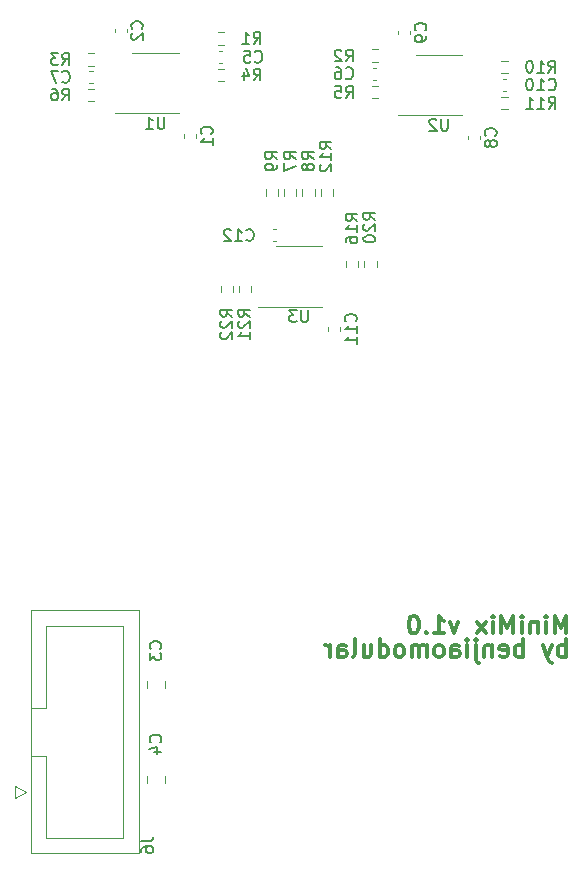
<source format=gbr>
%TF.GenerationSoftware,KiCad,Pcbnew,6.0.11+dfsg-1~bpo11+1*%
%TF.CreationDate,2023-04-14T14:38:55+08:00*%
%TF.ProjectId,MiniMix - Main,4d696e69-4d69-4782-902d-204d61696e2e,rev?*%
%TF.SameCoordinates,Original*%
%TF.FileFunction,Legend,Bot*%
%TF.FilePolarity,Positive*%
%FSLAX46Y46*%
G04 Gerber Fmt 4.6, Leading zero omitted, Abs format (unit mm)*
G04 Created by KiCad (PCBNEW 6.0.11+dfsg-1~bpo11+1) date 2023-04-14 14:38:55*
%MOMM*%
%LPD*%
G01*
G04 APERTURE LIST*
%ADD10C,0.300000*%
%ADD11C,0.150000*%
%ADD12C,0.120000*%
G04 APERTURE END LIST*
D10*
X193807142Y-139078571D02*
X193807142Y-137578571D01*
X193807142Y-138150000D02*
X193664285Y-138078571D01*
X193378571Y-138078571D01*
X193235714Y-138150000D01*
X193164285Y-138221428D01*
X193092857Y-138364285D01*
X193092857Y-138792857D01*
X193164285Y-138935714D01*
X193235714Y-139007142D01*
X193378571Y-139078571D01*
X193664285Y-139078571D01*
X193807142Y-139007142D01*
X192592857Y-138078571D02*
X192235714Y-139078571D01*
X191878571Y-138078571D02*
X192235714Y-139078571D01*
X192378571Y-139435714D01*
X192450000Y-139507142D01*
X192592857Y-139578571D01*
X190164285Y-139078571D02*
X190164285Y-137578571D01*
X190164285Y-138150000D02*
X190021428Y-138078571D01*
X189735714Y-138078571D01*
X189592857Y-138150000D01*
X189521428Y-138221428D01*
X189450000Y-138364285D01*
X189450000Y-138792857D01*
X189521428Y-138935714D01*
X189592857Y-139007142D01*
X189735714Y-139078571D01*
X190021428Y-139078571D01*
X190164285Y-139007142D01*
X188235714Y-139007142D02*
X188378571Y-139078571D01*
X188664285Y-139078571D01*
X188807142Y-139007142D01*
X188878571Y-138864285D01*
X188878571Y-138292857D01*
X188807142Y-138150000D01*
X188664285Y-138078571D01*
X188378571Y-138078571D01*
X188235714Y-138150000D01*
X188164285Y-138292857D01*
X188164285Y-138435714D01*
X188878571Y-138578571D01*
X187521428Y-138078571D02*
X187521428Y-139078571D01*
X187521428Y-138221428D02*
X187450000Y-138150000D01*
X187307142Y-138078571D01*
X187092857Y-138078571D01*
X186950000Y-138150000D01*
X186878571Y-138292857D01*
X186878571Y-139078571D01*
X186164285Y-138078571D02*
X186164285Y-139364285D01*
X186235714Y-139507142D01*
X186378571Y-139578571D01*
X186450000Y-139578571D01*
X186164285Y-137578571D02*
X186235714Y-137650000D01*
X186164285Y-137721428D01*
X186092857Y-137650000D01*
X186164285Y-137578571D01*
X186164285Y-137721428D01*
X185450000Y-139078571D02*
X185450000Y-138078571D01*
X185450000Y-137578571D02*
X185521428Y-137650000D01*
X185450000Y-137721428D01*
X185378571Y-137650000D01*
X185450000Y-137578571D01*
X185450000Y-137721428D01*
X184092857Y-139078571D02*
X184092857Y-138292857D01*
X184164285Y-138150000D01*
X184307142Y-138078571D01*
X184592857Y-138078571D01*
X184735714Y-138150000D01*
X184092857Y-139007142D02*
X184235714Y-139078571D01*
X184592857Y-139078571D01*
X184735714Y-139007142D01*
X184807142Y-138864285D01*
X184807142Y-138721428D01*
X184735714Y-138578571D01*
X184592857Y-138507142D01*
X184235714Y-138507142D01*
X184092857Y-138435714D01*
X183164285Y-139078571D02*
X183307142Y-139007142D01*
X183378571Y-138935714D01*
X183450000Y-138792857D01*
X183450000Y-138364285D01*
X183378571Y-138221428D01*
X183307142Y-138150000D01*
X183164285Y-138078571D01*
X182950000Y-138078571D01*
X182807142Y-138150000D01*
X182735714Y-138221428D01*
X182664285Y-138364285D01*
X182664285Y-138792857D01*
X182735714Y-138935714D01*
X182807142Y-139007142D01*
X182950000Y-139078571D01*
X183164285Y-139078571D01*
X182021428Y-139078571D02*
X182021428Y-138078571D01*
X182021428Y-138221428D02*
X181950000Y-138150000D01*
X181807142Y-138078571D01*
X181592857Y-138078571D01*
X181450000Y-138150000D01*
X181378571Y-138292857D01*
X181378571Y-139078571D01*
X181378571Y-138292857D02*
X181307142Y-138150000D01*
X181164285Y-138078571D01*
X180950000Y-138078571D01*
X180807142Y-138150000D01*
X180735714Y-138292857D01*
X180735714Y-139078571D01*
X179807142Y-139078571D02*
X179950000Y-139007142D01*
X180021428Y-138935714D01*
X180092857Y-138792857D01*
X180092857Y-138364285D01*
X180021428Y-138221428D01*
X179950000Y-138150000D01*
X179807142Y-138078571D01*
X179592857Y-138078571D01*
X179450000Y-138150000D01*
X179378571Y-138221428D01*
X179307142Y-138364285D01*
X179307142Y-138792857D01*
X179378571Y-138935714D01*
X179450000Y-139007142D01*
X179592857Y-139078571D01*
X179807142Y-139078571D01*
X178021428Y-139078571D02*
X178021428Y-137578571D01*
X178021428Y-139007142D02*
X178164285Y-139078571D01*
X178450000Y-139078571D01*
X178592857Y-139007142D01*
X178664285Y-138935714D01*
X178735714Y-138792857D01*
X178735714Y-138364285D01*
X178664285Y-138221428D01*
X178592857Y-138150000D01*
X178450000Y-138078571D01*
X178164285Y-138078571D01*
X178021428Y-138150000D01*
X176664285Y-138078571D02*
X176664285Y-139078571D01*
X177307142Y-138078571D02*
X177307142Y-138864285D01*
X177235714Y-139007142D01*
X177092857Y-139078571D01*
X176878571Y-139078571D01*
X176735714Y-139007142D01*
X176664285Y-138935714D01*
X175735714Y-139078571D02*
X175878571Y-139007142D01*
X175950000Y-138864285D01*
X175950000Y-137578571D01*
X174521428Y-139078571D02*
X174521428Y-138292857D01*
X174592857Y-138150000D01*
X174735714Y-138078571D01*
X175021428Y-138078571D01*
X175164285Y-138150000D01*
X174521428Y-139007142D02*
X174664285Y-139078571D01*
X175021428Y-139078571D01*
X175164285Y-139007142D01*
X175235714Y-138864285D01*
X175235714Y-138721428D01*
X175164285Y-138578571D01*
X175021428Y-138507142D01*
X174664285Y-138507142D01*
X174521428Y-138435714D01*
X173807142Y-139078571D02*
X173807142Y-138078571D01*
X173807142Y-138364285D02*
X173735714Y-138221428D01*
X173664285Y-138150000D01*
X173521428Y-138078571D01*
X173378571Y-138078571D01*
X193842857Y-137078571D02*
X193842857Y-135578571D01*
X193342857Y-136650000D01*
X192842857Y-135578571D01*
X192842857Y-137078571D01*
X192128571Y-137078571D02*
X192128571Y-136078571D01*
X192128571Y-135578571D02*
X192200000Y-135650000D01*
X192128571Y-135721428D01*
X192057142Y-135650000D01*
X192128571Y-135578571D01*
X192128571Y-135721428D01*
X191414285Y-136078571D02*
X191414285Y-137078571D01*
X191414285Y-136221428D02*
X191342857Y-136150000D01*
X191200000Y-136078571D01*
X190985714Y-136078571D01*
X190842857Y-136150000D01*
X190771428Y-136292857D01*
X190771428Y-137078571D01*
X190057142Y-137078571D02*
X190057142Y-136078571D01*
X190057142Y-135578571D02*
X190128571Y-135650000D01*
X190057142Y-135721428D01*
X189985714Y-135650000D01*
X190057142Y-135578571D01*
X190057142Y-135721428D01*
X189342857Y-137078571D02*
X189342857Y-135578571D01*
X188842857Y-136650000D01*
X188342857Y-135578571D01*
X188342857Y-137078571D01*
X187628571Y-137078571D02*
X187628571Y-136078571D01*
X187628571Y-135578571D02*
X187700000Y-135650000D01*
X187628571Y-135721428D01*
X187557142Y-135650000D01*
X187628571Y-135578571D01*
X187628571Y-135721428D01*
X187057142Y-137078571D02*
X186271428Y-136078571D01*
X187057142Y-136078571D02*
X186271428Y-137078571D01*
X184700000Y-136078571D02*
X184342857Y-137078571D01*
X183985714Y-136078571D01*
X182628571Y-137078571D02*
X183485714Y-137078571D01*
X183057142Y-137078571D02*
X183057142Y-135578571D01*
X183200000Y-135792857D01*
X183342857Y-135935714D01*
X183485714Y-136007142D01*
X181985714Y-136935714D02*
X181914285Y-137007142D01*
X181985714Y-137078571D01*
X182057142Y-137007142D01*
X181985714Y-136935714D01*
X181985714Y-137078571D01*
X180985714Y-135578571D02*
X180842857Y-135578571D01*
X180700000Y-135650000D01*
X180628571Y-135721428D01*
X180557142Y-135864285D01*
X180485714Y-136150000D01*
X180485714Y-136507142D01*
X180557142Y-136792857D01*
X180628571Y-136935714D01*
X180700000Y-137007142D01*
X180842857Y-137078571D01*
X180985714Y-137078571D01*
X181128571Y-137007142D01*
X181200000Y-136935714D01*
X181271428Y-136792857D01*
X181342857Y-136507142D01*
X181342857Y-136150000D01*
X181271428Y-135864285D01*
X181200000Y-135721428D01*
X181128571Y-135650000D01*
X180985714Y-135578571D01*
D11*
%TO.C,R12*%
X173952380Y-96057142D02*
X173476190Y-95723809D01*
X173952380Y-95485714D02*
X172952380Y-95485714D01*
X172952380Y-95866666D01*
X173000000Y-95961904D01*
X173047619Y-96009523D01*
X173142857Y-96057142D01*
X173285714Y-96057142D01*
X173380952Y-96009523D01*
X173428571Y-95961904D01*
X173476190Y-95866666D01*
X173476190Y-95485714D01*
X173952380Y-97009523D02*
X173952380Y-96438095D01*
X173952380Y-96723809D02*
X172952380Y-96723809D01*
X173095238Y-96628571D01*
X173190476Y-96533333D01*
X173238095Y-96438095D01*
X173047619Y-97390476D02*
X173000000Y-97438095D01*
X172952380Y-97533333D01*
X172952380Y-97771428D01*
X173000000Y-97866666D01*
X173047619Y-97914285D01*
X173142857Y-97961904D01*
X173238095Y-97961904D01*
X173380952Y-97914285D01*
X173952380Y-97342857D01*
X173952380Y-97961904D01*
%TO.C,R8*%
X172452380Y-96933333D02*
X171976190Y-96600000D01*
X172452380Y-96361904D02*
X171452380Y-96361904D01*
X171452380Y-96742857D01*
X171500000Y-96838095D01*
X171547619Y-96885714D01*
X171642857Y-96933333D01*
X171785714Y-96933333D01*
X171880952Y-96885714D01*
X171928571Y-96838095D01*
X171976190Y-96742857D01*
X171976190Y-96361904D01*
X171880952Y-97504761D02*
X171833333Y-97409523D01*
X171785714Y-97361904D01*
X171690476Y-97314285D01*
X171642857Y-97314285D01*
X171547619Y-97361904D01*
X171500000Y-97409523D01*
X171452380Y-97504761D01*
X171452380Y-97695238D01*
X171500000Y-97790476D01*
X171547619Y-97838095D01*
X171642857Y-97885714D01*
X171690476Y-97885714D01*
X171785714Y-97838095D01*
X171833333Y-97790476D01*
X171880952Y-97695238D01*
X171880952Y-97504761D01*
X171928571Y-97409523D01*
X171976190Y-97361904D01*
X172071428Y-97314285D01*
X172261904Y-97314285D01*
X172357142Y-97361904D01*
X172404761Y-97409523D01*
X172452380Y-97504761D01*
X172452380Y-97695238D01*
X172404761Y-97790476D01*
X172357142Y-97838095D01*
X172261904Y-97885714D01*
X172071428Y-97885714D01*
X171976190Y-97838095D01*
X171928571Y-97790476D01*
X171880952Y-97695238D01*
%TO.C,C12*%
X166742857Y-103757142D02*
X166790476Y-103804761D01*
X166933333Y-103852380D01*
X167028571Y-103852380D01*
X167171428Y-103804761D01*
X167266666Y-103709523D01*
X167314285Y-103614285D01*
X167361904Y-103423809D01*
X167361904Y-103280952D01*
X167314285Y-103090476D01*
X167266666Y-102995238D01*
X167171428Y-102900000D01*
X167028571Y-102852380D01*
X166933333Y-102852380D01*
X166790476Y-102900000D01*
X166742857Y-102947619D01*
X165790476Y-103852380D02*
X166361904Y-103852380D01*
X166076190Y-103852380D02*
X166076190Y-102852380D01*
X166171428Y-102995238D01*
X166266666Y-103090476D01*
X166361904Y-103138095D01*
X165409523Y-102947619D02*
X165361904Y-102900000D01*
X165266666Y-102852380D01*
X165028571Y-102852380D01*
X164933333Y-102900000D01*
X164885714Y-102947619D01*
X164838095Y-103042857D01*
X164838095Y-103138095D01*
X164885714Y-103280952D01*
X165457142Y-103852380D01*
X164838095Y-103852380D01*
%TO.C,C5*%
X167466666Y-88657142D02*
X167514285Y-88704761D01*
X167657142Y-88752380D01*
X167752380Y-88752380D01*
X167895238Y-88704761D01*
X167990476Y-88609523D01*
X168038095Y-88514285D01*
X168085714Y-88323809D01*
X168085714Y-88180952D01*
X168038095Y-87990476D01*
X167990476Y-87895238D01*
X167895238Y-87800000D01*
X167752380Y-87752380D01*
X167657142Y-87752380D01*
X167514285Y-87800000D01*
X167466666Y-87847619D01*
X166561904Y-87752380D02*
X167038095Y-87752380D01*
X167085714Y-88228571D01*
X167038095Y-88180952D01*
X166942857Y-88133333D01*
X166704761Y-88133333D01*
X166609523Y-88180952D01*
X166561904Y-88228571D01*
X166514285Y-88323809D01*
X166514285Y-88561904D01*
X166561904Y-88657142D01*
X166609523Y-88704761D01*
X166704761Y-88752380D01*
X166942857Y-88752380D01*
X167038095Y-88704761D01*
X167085714Y-88657142D01*
%TO.C,R22*%
X165552380Y-110257142D02*
X165076190Y-109923809D01*
X165552380Y-109685714D02*
X164552380Y-109685714D01*
X164552380Y-110066666D01*
X164600000Y-110161904D01*
X164647619Y-110209523D01*
X164742857Y-110257142D01*
X164885714Y-110257142D01*
X164980952Y-110209523D01*
X165028571Y-110161904D01*
X165076190Y-110066666D01*
X165076190Y-109685714D01*
X164647619Y-110638095D02*
X164600000Y-110685714D01*
X164552380Y-110780952D01*
X164552380Y-111019047D01*
X164600000Y-111114285D01*
X164647619Y-111161904D01*
X164742857Y-111209523D01*
X164838095Y-111209523D01*
X164980952Y-111161904D01*
X165552380Y-110590476D01*
X165552380Y-111209523D01*
X164647619Y-111590476D02*
X164600000Y-111638095D01*
X164552380Y-111733333D01*
X164552380Y-111971428D01*
X164600000Y-112066666D01*
X164647619Y-112114285D01*
X164742857Y-112161904D01*
X164838095Y-112161904D01*
X164980952Y-112114285D01*
X165552380Y-111542857D01*
X165552380Y-112161904D01*
%TO.C,R3*%
X151166666Y-88952380D02*
X151500000Y-88476190D01*
X151738095Y-88952380D02*
X151738095Y-87952380D01*
X151357142Y-87952380D01*
X151261904Y-88000000D01*
X151214285Y-88047619D01*
X151166666Y-88142857D01*
X151166666Y-88285714D01*
X151214285Y-88380952D01*
X151261904Y-88428571D01*
X151357142Y-88476190D01*
X151738095Y-88476190D01*
X150833333Y-87952380D02*
X150214285Y-87952380D01*
X150547619Y-88333333D01*
X150404761Y-88333333D01*
X150309523Y-88380952D01*
X150261904Y-88428571D01*
X150214285Y-88523809D01*
X150214285Y-88761904D01*
X150261904Y-88857142D01*
X150309523Y-88904761D01*
X150404761Y-88952380D01*
X150690476Y-88952380D01*
X150785714Y-88904761D01*
X150833333Y-88857142D01*
%TO.C,R9*%
X169352380Y-96933333D02*
X168876190Y-96600000D01*
X169352380Y-96361904D02*
X168352380Y-96361904D01*
X168352380Y-96742857D01*
X168400000Y-96838095D01*
X168447619Y-96885714D01*
X168542857Y-96933333D01*
X168685714Y-96933333D01*
X168780952Y-96885714D01*
X168828571Y-96838095D01*
X168876190Y-96742857D01*
X168876190Y-96361904D01*
X169352380Y-97409523D02*
X169352380Y-97600000D01*
X169304761Y-97695238D01*
X169257142Y-97742857D01*
X169114285Y-97838095D01*
X168923809Y-97885714D01*
X168542857Y-97885714D01*
X168447619Y-97838095D01*
X168400000Y-97790476D01*
X168352380Y-97695238D01*
X168352380Y-97504761D01*
X168400000Y-97409523D01*
X168447619Y-97361904D01*
X168542857Y-97314285D01*
X168780952Y-97314285D01*
X168876190Y-97361904D01*
X168923809Y-97409523D01*
X168971428Y-97504761D01*
X168971428Y-97695238D01*
X168923809Y-97790476D01*
X168876190Y-97838095D01*
X168780952Y-97885714D01*
%TO.C,R20*%
X177652380Y-102057142D02*
X177176190Y-101723809D01*
X177652380Y-101485714D02*
X176652380Y-101485714D01*
X176652380Y-101866666D01*
X176700000Y-101961904D01*
X176747619Y-102009523D01*
X176842857Y-102057142D01*
X176985714Y-102057142D01*
X177080952Y-102009523D01*
X177128571Y-101961904D01*
X177176190Y-101866666D01*
X177176190Y-101485714D01*
X176747619Y-102438095D02*
X176700000Y-102485714D01*
X176652380Y-102580952D01*
X176652380Y-102819047D01*
X176700000Y-102914285D01*
X176747619Y-102961904D01*
X176842857Y-103009523D01*
X176938095Y-103009523D01*
X177080952Y-102961904D01*
X177652380Y-102390476D01*
X177652380Y-103009523D01*
X176652380Y-103628571D02*
X176652380Y-103723809D01*
X176700000Y-103819047D01*
X176747619Y-103866666D01*
X176842857Y-103914285D01*
X177033333Y-103961904D01*
X177271428Y-103961904D01*
X177461904Y-103914285D01*
X177557142Y-103866666D01*
X177604761Y-103819047D01*
X177652380Y-103723809D01*
X177652380Y-103628571D01*
X177604761Y-103533333D01*
X177557142Y-103485714D01*
X177461904Y-103438095D01*
X177271428Y-103390476D01*
X177033333Y-103390476D01*
X176842857Y-103438095D01*
X176747619Y-103485714D01*
X176700000Y-103533333D01*
X176652380Y-103628571D01*
%TO.C,R7*%
X170952380Y-96933333D02*
X170476190Y-96600000D01*
X170952380Y-96361904D02*
X169952380Y-96361904D01*
X169952380Y-96742857D01*
X170000000Y-96838095D01*
X170047619Y-96885714D01*
X170142857Y-96933333D01*
X170285714Y-96933333D01*
X170380952Y-96885714D01*
X170428571Y-96838095D01*
X170476190Y-96742857D01*
X170476190Y-96361904D01*
X169952380Y-97266666D02*
X169952380Y-97933333D01*
X170952380Y-97504761D01*
%TO.C,C11*%
X175987142Y-110657142D02*
X176034761Y-110609523D01*
X176082380Y-110466666D01*
X176082380Y-110371428D01*
X176034761Y-110228571D01*
X175939523Y-110133333D01*
X175844285Y-110085714D01*
X175653809Y-110038095D01*
X175510952Y-110038095D01*
X175320476Y-110085714D01*
X175225238Y-110133333D01*
X175130000Y-110228571D01*
X175082380Y-110371428D01*
X175082380Y-110466666D01*
X175130000Y-110609523D01*
X175177619Y-110657142D01*
X176082380Y-111609523D02*
X176082380Y-111038095D01*
X176082380Y-111323809D02*
X175082380Y-111323809D01*
X175225238Y-111228571D01*
X175320476Y-111133333D01*
X175368095Y-111038095D01*
X176082380Y-112561904D02*
X176082380Y-111990476D01*
X176082380Y-112276190D02*
X175082380Y-112276190D01*
X175225238Y-112180952D01*
X175320476Y-112085714D01*
X175368095Y-111990476D01*
%TO.C,R11*%
X192342857Y-92652380D02*
X192676190Y-92176190D01*
X192914285Y-92652380D02*
X192914285Y-91652380D01*
X192533333Y-91652380D01*
X192438095Y-91700000D01*
X192390476Y-91747619D01*
X192342857Y-91842857D01*
X192342857Y-91985714D01*
X192390476Y-92080952D01*
X192438095Y-92128571D01*
X192533333Y-92176190D01*
X192914285Y-92176190D01*
X191390476Y-92652380D02*
X191961904Y-92652380D01*
X191676190Y-92652380D02*
X191676190Y-91652380D01*
X191771428Y-91795238D01*
X191866666Y-91890476D01*
X191961904Y-91938095D01*
X190438095Y-92652380D02*
X191009523Y-92652380D01*
X190723809Y-92652380D02*
X190723809Y-91652380D01*
X190819047Y-91795238D01*
X190914285Y-91890476D01*
X191009523Y-91938095D01*
%TO.C,C6*%
X175166666Y-90057142D02*
X175214285Y-90104761D01*
X175357142Y-90152380D01*
X175452380Y-90152380D01*
X175595238Y-90104761D01*
X175690476Y-90009523D01*
X175738095Y-89914285D01*
X175785714Y-89723809D01*
X175785714Y-89580952D01*
X175738095Y-89390476D01*
X175690476Y-89295238D01*
X175595238Y-89200000D01*
X175452380Y-89152380D01*
X175357142Y-89152380D01*
X175214285Y-89200000D01*
X175166666Y-89247619D01*
X174309523Y-89152380D02*
X174500000Y-89152380D01*
X174595238Y-89200000D01*
X174642857Y-89247619D01*
X174738095Y-89390476D01*
X174785714Y-89580952D01*
X174785714Y-89961904D01*
X174738095Y-90057142D01*
X174690476Y-90104761D01*
X174595238Y-90152380D01*
X174404761Y-90152380D01*
X174309523Y-90104761D01*
X174261904Y-90057142D01*
X174214285Y-89961904D01*
X174214285Y-89723809D01*
X174261904Y-89628571D01*
X174309523Y-89580952D01*
X174404761Y-89533333D01*
X174595238Y-89533333D01*
X174690476Y-89580952D01*
X174738095Y-89628571D01*
X174785714Y-89723809D01*
%TO.C,C4*%
X159457142Y-146283333D02*
X159504761Y-146235714D01*
X159552380Y-146092857D01*
X159552380Y-145997619D01*
X159504761Y-145854761D01*
X159409523Y-145759523D01*
X159314285Y-145711904D01*
X159123809Y-145664285D01*
X158980952Y-145664285D01*
X158790476Y-145711904D01*
X158695238Y-145759523D01*
X158600000Y-145854761D01*
X158552380Y-145997619D01*
X158552380Y-146092857D01*
X158600000Y-146235714D01*
X158647619Y-146283333D01*
X158885714Y-147140476D02*
X159552380Y-147140476D01*
X158504761Y-146902380D02*
X159219047Y-146664285D01*
X159219047Y-147283333D01*
%TO.C,U2*%
X183811904Y-93502380D02*
X183811904Y-94311904D01*
X183764285Y-94407142D01*
X183716666Y-94454761D01*
X183621428Y-94502380D01*
X183430952Y-94502380D01*
X183335714Y-94454761D01*
X183288095Y-94407142D01*
X183240476Y-94311904D01*
X183240476Y-93502380D01*
X182811904Y-93597619D02*
X182764285Y-93550000D01*
X182669047Y-93502380D01*
X182430952Y-93502380D01*
X182335714Y-93550000D01*
X182288095Y-93597619D01*
X182240476Y-93692857D01*
X182240476Y-93788095D01*
X182288095Y-93930952D01*
X182859523Y-94502380D01*
X182240476Y-94502380D01*
%TO.C,C9*%
X181887142Y-86033333D02*
X181934761Y-85985714D01*
X181982380Y-85842857D01*
X181982380Y-85747619D01*
X181934761Y-85604761D01*
X181839523Y-85509523D01*
X181744285Y-85461904D01*
X181553809Y-85414285D01*
X181410952Y-85414285D01*
X181220476Y-85461904D01*
X181125238Y-85509523D01*
X181030000Y-85604761D01*
X180982380Y-85747619D01*
X180982380Y-85842857D01*
X181030000Y-85985714D01*
X181077619Y-86033333D01*
X181982380Y-86509523D02*
X181982380Y-86700000D01*
X181934761Y-86795238D01*
X181887142Y-86842857D01*
X181744285Y-86938095D01*
X181553809Y-86985714D01*
X181172857Y-86985714D01*
X181077619Y-86938095D01*
X181030000Y-86890476D01*
X180982380Y-86795238D01*
X180982380Y-86604761D01*
X181030000Y-86509523D01*
X181077619Y-86461904D01*
X181172857Y-86414285D01*
X181410952Y-86414285D01*
X181506190Y-86461904D01*
X181553809Y-86509523D01*
X181601428Y-86604761D01*
X181601428Y-86795238D01*
X181553809Y-86890476D01*
X181506190Y-86938095D01*
X181410952Y-86985714D01*
%TO.C,C2*%
X157887142Y-85883333D02*
X157934761Y-85835714D01*
X157982380Y-85692857D01*
X157982380Y-85597619D01*
X157934761Y-85454761D01*
X157839523Y-85359523D01*
X157744285Y-85311904D01*
X157553809Y-85264285D01*
X157410952Y-85264285D01*
X157220476Y-85311904D01*
X157125238Y-85359523D01*
X157030000Y-85454761D01*
X156982380Y-85597619D01*
X156982380Y-85692857D01*
X157030000Y-85835714D01*
X157077619Y-85883333D01*
X157077619Y-86264285D02*
X157030000Y-86311904D01*
X156982380Y-86407142D01*
X156982380Y-86645238D01*
X157030000Y-86740476D01*
X157077619Y-86788095D01*
X157172857Y-86835714D01*
X157268095Y-86835714D01*
X157410952Y-86788095D01*
X157982380Y-86216666D01*
X157982380Y-86835714D01*
%TO.C,C3*%
X159457142Y-138383333D02*
X159504761Y-138335714D01*
X159552380Y-138192857D01*
X159552380Y-138097619D01*
X159504761Y-137954761D01*
X159409523Y-137859523D01*
X159314285Y-137811904D01*
X159123809Y-137764285D01*
X158980952Y-137764285D01*
X158790476Y-137811904D01*
X158695238Y-137859523D01*
X158600000Y-137954761D01*
X158552380Y-138097619D01*
X158552380Y-138192857D01*
X158600000Y-138335714D01*
X158647619Y-138383333D01*
X158552380Y-138716666D02*
X158552380Y-139335714D01*
X158933333Y-139002380D01*
X158933333Y-139145238D01*
X158980952Y-139240476D01*
X159028571Y-139288095D01*
X159123809Y-139335714D01*
X159361904Y-139335714D01*
X159457142Y-139288095D01*
X159504761Y-139240476D01*
X159552380Y-139145238D01*
X159552380Y-138859523D01*
X159504761Y-138764285D01*
X159457142Y-138716666D01*
%TO.C,R1*%
X167366666Y-87152380D02*
X167700000Y-86676190D01*
X167938095Y-87152380D02*
X167938095Y-86152380D01*
X167557142Y-86152380D01*
X167461904Y-86200000D01*
X167414285Y-86247619D01*
X167366666Y-86342857D01*
X167366666Y-86485714D01*
X167414285Y-86580952D01*
X167461904Y-86628571D01*
X167557142Y-86676190D01*
X167938095Y-86676190D01*
X166414285Y-87152380D02*
X166985714Y-87152380D01*
X166700000Y-87152380D02*
X166700000Y-86152380D01*
X166795238Y-86295238D01*
X166890476Y-86390476D01*
X166985714Y-86438095D01*
%TO.C,R5*%
X175166666Y-91752380D02*
X175500000Y-91276190D01*
X175738095Y-91752380D02*
X175738095Y-90752380D01*
X175357142Y-90752380D01*
X175261904Y-90800000D01*
X175214285Y-90847619D01*
X175166666Y-90942857D01*
X175166666Y-91085714D01*
X175214285Y-91180952D01*
X175261904Y-91228571D01*
X175357142Y-91276190D01*
X175738095Y-91276190D01*
X174261904Y-90752380D02*
X174738095Y-90752380D01*
X174785714Y-91228571D01*
X174738095Y-91180952D01*
X174642857Y-91133333D01*
X174404761Y-91133333D01*
X174309523Y-91180952D01*
X174261904Y-91228571D01*
X174214285Y-91323809D01*
X174214285Y-91561904D01*
X174261904Y-91657142D01*
X174309523Y-91704761D01*
X174404761Y-91752380D01*
X174642857Y-91752380D01*
X174738095Y-91704761D01*
X174785714Y-91657142D01*
%TO.C,R16*%
X176152380Y-102157142D02*
X175676190Y-101823809D01*
X176152380Y-101585714D02*
X175152380Y-101585714D01*
X175152380Y-101966666D01*
X175200000Y-102061904D01*
X175247619Y-102109523D01*
X175342857Y-102157142D01*
X175485714Y-102157142D01*
X175580952Y-102109523D01*
X175628571Y-102061904D01*
X175676190Y-101966666D01*
X175676190Y-101585714D01*
X176152380Y-103109523D02*
X176152380Y-102538095D01*
X176152380Y-102823809D02*
X175152380Y-102823809D01*
X175295238Y-102728571D01*
X175390476Y-102633333D01*
X175438095Y-102538095D01*
X175152380Y-103966666D02*
X175152380Y-103776190D01*
X175200000Y-103680952D01*
X175247619Y-103633333D01*
X175390476Y-103538095D01*
X175580952Y-103490476D01*
X175961904Y-103490476D01*
X176057142Y-103538095D01*
X176104761Y-103585714D01*
X176152380Y-103680952D01*
X176152380Y-103871428D01*
X176104761Y-103966666D01*
X176057142Y-104014285D01*
X175961904Y-104061904D01*
X175723809Y-104061904D01*
X175628571Y-104014285D01*
X175580952Y-103966666D01*
X175533333Y-103871428D01*
X175533333Y-103680952D01*
X175580952Y-103585714D01*
X175628571Y-103538095D01*
X175723809Y-103490476D01*
%TO.C,J6*%
X157852380Y-154666666D02*
X158566666Y-154666666D01*
X158709523Y-154619047D01*
X158804761Y-154523809D01*
X158852380Y-154380952D01*
X158852380Y-154285714D01*
X157852380Y-155571428D02*
X157852380Y-155380952D01*
X157900000Y-155285714D01*
X157947619Y-155238095D01*
X158090476Y-155142857D01*
X158280952Y-155095238D01*
X158661904Y-155095238D01*
X158757142Y-155142857D01*
X158804761Y-155190476D01*
X158852380Y-155285714D01*
X158852380Y-155476190D01*
X158804761Y-155571428D01*
X158757142Y-155619047D01*
X158661904Y-155666666D01*
X158423809Y-155666666D01*
X158328571Y-155619047D01*
X158280952Y-155571428D01*
X158233333Y-155476190D01*
X158233333Y-155285714D01*
X158280952Y-155190476D01*
X158328571Y-155142857D01*
X158423809Y-155095238D01*
%TO.C,U1*%
X159811904Y-93352380D02*
X159811904Y-94161904D01*
X159764285Y-94257142D01*
X159716666Y-94304761D01*
X159621428Y-94352380D01*
X159430952Y-94352380D01*
X159335714Y-94304761D01*
X159288095Y-94257142D01*
X159240476Y-94161904D01*
X159240476Y-93352380D01*
X158240476Y-94352380D02*
X158811904Y-94352380D01*
X158526190Y-94352380D02*
X158526190Y-93352380D01*
X158621428Y-93495238D01*
X158716666Y-93590476D01*
X158811904Y-93638095D01*
%TO.C,U3*%
X171961904Y-109702380D02*
X171961904Y-110511904D01*
X171914285Y-110607142D01*
X171866666Y-110654761D01*
X171771428Y-110702380D01*
X171580952Y-110702380D01*
X171485714Y-110654761D01*
X171438095Y-110607142D01*
X171390476Y-110511904D01*
X171390476Y-109702380D01*
X171009523Y-109702380D02*
X170390476Y-109702380D01*
X170723809Y-110083333D01*
X170580952Y-110083333D01*
X170485714Y-110130952D01*
X170438095Y-110178571D01*
X170390476Y-110273809D01*
X170390476Y-110511904D01*
X170438095Y-110607142D01*
X170485714Y-110654761D01*
X170580952Y-110702380D01*
X170866666Y-110702380D01*
X170961904Y-110654761D01*
X171009523Y-110607142D01*
%TO.C,C10*%
X192342857Y-91007142D02*
X192390476Y-91054761D01*
X192533333Y-91102380D01*
X192628571Y-91102380D01*
X192771428Y-91054761D01*
X192866666Y-90959523D01*
X192914285Y-90864285D01*
X192961904Y-90673809D01*
X192961904Y-90530952D01*
X192914285Y-90340476D01*
X192866666Y-90245238D01*
X192771428Y-90150000D01*
X192628571Y-90102380D01*
X192533333Y-90102380D01*
X192390476Y-90150000D01*
X192342857Y-90197619D01*
X191390476Y-91102380D02*
X191961904Y-91102380D01*
X191676190Y-91102380D02*
X191676190Y-90102380D01*
X191771428Y-90245238D01*
X191866666Y-90340476D01*
X191961904Y-90388095D01*
X190771428Y-90102380D02*
X190676190Y-90102380D01*
X190580952Y-90150000D01*
X190533333Y-90197619D01*
X190485714Y-90292857D01*
X190438095Y-90483333D01*
X190438095Y-90721428D01*
X190485714Y-90911904D01*
X190533333Y-91007142D01*
X190580952Y-91054761D01*
X190676190Y-91102380D01*
X190771428Y-91102380D01*
X190866666Y-91054761D01*
X190914285Y-91007142D01*
X190961904Y-90911904D01*
X191009523Y-90721428D01*
X191009523Y-90483333D01*
X190961904Y-90292857D01*
X190914285Y-90197619D01*
X190866666Y-90150000D01*
X190771428Y-90102380D01*
%TO.C,R4*%
X167366666Y-90252380D02*
X167700000Y-89776190D01*
X167938095Y-90252380D02*
X167938095Y-89252380D01*
X167557142Y-89252380D01*
X167461904Y-89300000D01*
X167414285Y-89347619D01*
X167366666Y-89442857D01*
X167366666Y-89585714D01*
X167414285Y-89680952D01*
X167461904Y-89728571D01*
X167557142Y-89776190D01*
X167938095Y-89776190D01*
X166509523Y-89585714D02*
X166509523Y-90252380D01*
X166747619Y-89204761D02*
X166985714Y-89919047D01*
X166366666Y-89919047D01*
%TO.C,C1*%
X163787142Y-94783333D02*
X163834761Y-94735714D01*
X163882380Y-94592857D01*
X163882380Y-94497619D01*
X163834761Y-94354761D01*
X163739523Y-94259523D01*
X163644285Y-94211904D01*
X163453809Y-94164285D01*
X163310952Y-94164285D01*
X163120476Y-94211904D01*
X163025238Y-94259523D01*
X162930000Y-94354761D01*
X162882380Y-94497619D01*
X162882380Y-94592857D01*
X162930000Y-94735714D01*
X162977619Y-94783333D01*
X163882380Y-95735714D02*
X163882380Y-95164285D01*
X163882380Y-95450000D02*
X162882380Y-95450000D01*
X163025238Y-95354761D01*
X163120476Y-95259523D01*
X163168095Y-95164285D01*
%TO.C,R10*%
X192322857Y-89592380D02*
X192656190Y-89116190D01*
X192894285Y-89592380D02*
X192894285Y-88592380D01*
X192513333Y-88592380D01*
X192418095Y-88640000D01*
X192370476Y-88687619D01*
X192322857Y-88782857D01*
X192322857Y-88925714D01*
X192370476Y-89020952D01*
X192418095Y-89068571D01*
X192513333Y-89116190D01*
X192894285Y-89116190D01*
X191370476Y-89592380D02*
X191941904Y-89592380D01*
X191656190Y-89592380D02*
X191656190Y-88592380D01*
X191751428Y-88735238D01*
X191846666Y-88830476D01*
X191941904Y-88878095D01*
X190751428Y-88592380D02*
X190656190Y-88592380D01*
X190560952Y-88640000D01*
X190513333Y-88687619D01*
X190465714Y-88782857D01*
X190418095Y-88973333D01*
X190418095Y-89211428D01*
X190465714Y-89401904D01*
X190513333Y-89497142D01*
X190560952Y-89544761D01*
X190656190Y-89592380D01*
X190751428Y-89592380D01*
X190846666Y-89544761D01*
X190894285Y-89497142D01*
X190941904Y-89401904D01*
X190989523Y-89211428D01*
X190989523Y-88973333D01*
X190941904Y-88782857D01*
X190894285Y-88687619D01*
X190846666Y-88640000D01*
X190751428Y-88592380D01*
%TO.C,R2*%
X175166666Y-88652380D02*
X175500000Y-88176190D01*
X175738095Y-88652380D02*
X175738095Y-87652380D01*
X175357142Y-87652380D01*
X175261904Y-87700000D01*
X175214285Y-87747619D01*
X175166666Y-87842857D01*
X175166666Y-87985714D01*
X175214285Y-88080952D01*
X175261904Y-88128571D01*
X175357142Y-88176190D01*
X175738095Y-88176190D01*
X174785714Y-87747619D02*
X174738095Y-87700000D01*
X174642857Y-87652380D01*
X174404761Y-87652380D01*
X174309523Y-87700000D01*
X174261904Y-87747619D01*
X174214285Y-87842857D01*
X174214285Y-87938095D01*
X174261904Y-88080952D01*
X174833333Y-88652380D01*
X174214285Y-88652380D01*
%TO.C,C7*%
X151166666Y-90357142D02*
X151214285Y-90404761D01*
X151357142Y-90452380D01*
X151452380Y-90452380D01*
X151595238Y-90404761D01*
X151690476Y-90309523D01*
X151738095Y-90214285D01*
X151785714Y-90023809D01*
X151785714Y-89880952D01*
X151738095Y-89690476D01*
X151690476Y-89595238D01*
X151595238Y-89500000D01*
X151452380Y-89452380D01*
X151357142Y-89452380D01*
X151214285Y-89500000D01*
X151166666Y-89547619D01*
X150833333Y-89452380D02*
X150166666Y-89452380D01*
X150595238Y-90452380D01*
%TO.C,R21*%
X167052380Y-110257142D02*
X166576190Y-109923809D01*
X167052380Y-109685714D02*
X166052380Y-109685714D01*
X166052380Y-110066666D01*
X166100000Y-110161904D01*
X166147619Y-110209523D01*
X166242857Y-110257142D01*
X166385714Y-110257142D01*
X166480952Y-110209523D01*
X166528571Y-110161904D01*
X166576190Y-110066666D01*
X166576190Y-109685714D01*
X166147619Y-110638095D02*
X166100000Y-110685714D01*
X166052380Y-110780952D01*
X166052380Y-111019047D01*
X166100000Y-111114285D01*
X166147619Y-111161904D01*
X166242857Y-111209523D01*
X166338095Y-111209523D01*
X166480952Y-111161904D01*
X167052380Y-110590476D01*
X167052380Y-111209523D01*
X167052380Y-112161904D02*
X167052380Y-111590476D01*
X167052380Y-111876190D02*
X166052380Y-111876190D01*
X166195238Y-111780952D01*
X166290476Y-111685714D01*
X166338095Y-111590476D01*
%TO.C,C8*%
X187837142Y-94933333D02*
X187884761Y-94885714D01*
X187932380Y-94742857D01*
X187932380Y-94647619D01*
X187884761Y-94504761D01*
X187789523Y-94409523D01*
X187694285Y-94361904D01*
X187503809Y-94314285D01*
X187360952Y-94314285D01*
X187170476Y-94361904D01*
X187075238Y-94409523D01*
X186980000Y-94504761D01*
X186932380Y-94647619D01*
X186932380Y-94742857D01*
X186980000Y-94885714D01*
X187027619Y-94933333D01*
X187360952Y-95504761D02*
X187313333Y-95409523D01*
X187265714Y-95361904D01*
X187170476Y-95314285D01*
X187122857Y-95314285D01*
X187027619Y-95361904D01*
X186980000Y-95409523D01*
X186932380Y-95504761D01*
X186932380Y-95695238D01*
X186980000Y-95790476D01*
X187027619Y-95838095D01*
X187122857Y-95885714D01*
X187170476Y-95885714D01*
X187265714Y-95838095D01*
X187313333Y-95790476D01*
X187360952Y-95695238D01*
X187360952Y-95504761D01*
X187408571Y-95409523D01*
X187456190Y-95361904D01*
X187551428Y-95314285D01*
X187741904Y-95314285D01*
X187837142Y-95361904D01*
X187884761Y-95409523D01*
X187932380Y-95504761D01*
X187932380Y-95695238D01*
X187884761Y-95790476D01*
X187837142Y-95838095D01*
X187741904Y-95885714D01*
X187551428Y-95885714D01*
X187456190Y-95838095D01*
X187408571Y-95790476D01*
X187360952Y-95695238D01*
%TO.C,R6*%
X151166666Y-91952380D02*
X151500000Y-91476190D01*
X151738095Y-91952380D02*
X151738095Y-90952380D01*
X151357142Y-90952380D01*
X151261904Y-91000000D01*
X151214285Y-91047619D01*
X151166666Y-91142857D01*
X151166666Y-91285714D01*
X151214285Y-91380952D01*
X151261904Y-91428571D01*
X151357142Y-91476190D01*
X151738095Y-91476190D01*
X150309523Y-90952380D02*
X150500000Y-90952380D01*
X150595238Y-91000000D01*
X150642857Y-91047619D01*
X150738095Y-91190476D01*
X150785714Y-91380952D01*
X150785714Y-91761904D01*
X150738095Y-91857142D01*
X150690476Y-91904761D01*
X150595238Y-91952380D01*
X150404761Y-91952380D01*
X150309523Y-91904761D01*
X150261904Y-91857142D01*
X150214285Y-91761904D01*
X150214285Y-91523809D01*
X150261904Y-91428571D01*
X150309523Y-91380952D01*
X150404761Y-91333333D01*
X150595238Y-91333333D01*
X150690476Y-91380952D01*
X150738095Y-91428571D01*
X150785714Y-91523809D01*
D12*
%TO.C,R12*%
X174072500Y-100004724D02*
X174072500Y-99495276D01*
X173027500Y-100004724D02*
X173027500Y-99495276D01*
%TO.C,R8*%
X172522500Y-100004724D02*
X172522500Y-99495276D01*
X171477500Y-100004724D02*
X171477500Y-99495276D01*
%TO.C,C12*%
X169003733Y-103860000D02*
X169296267Y-103860000D01*
X169003733Y-102840000D02*
X169296267Y-102840000D01*
%TO.C,C5*%
X164416233Y-87740000D02*
X164708767Y-87740000D01*
X164416233Y-88760000D02*
X164708767Y-88760000D01*
%TO.C,R22*%
X164577500Y-108154724D02*
X164577500Y-107645276D01*
X165622500Y-108154724D02*
X165622500Y-107645276D01*
%TO.C,R3*%
X153345276Y-89022500D02*
X153854724Y-89022500D01*
X153345276Y-87977500D02*
X153854724Y-87977500D01*
%TO.C,R9*%
X169422500Y-100004724D02*
X169422500Y-99495276D01*
X168377500Y-100004724D02*
X168377500Y-99495276D01*
%TO.C,R20*%
X177772500Y-106054724D02*
X177772500Y-105545276D01*
X176727500Y-106054724D02*
X176727500Y-105545276D01*
%TO.C,R7*%
X170972500Y-100004724D02*
X170972500Y-99495276D01*
X169927500Y-100004724D02*
X169927500Y-99495276D01*
%TO.C,C11*%
X173690000Y-111446267D02*
X173690000Y-111153733D01*
X174710000Y-111446267D02*
X174710000Y-111153733D01*
%TO.C,R11*%
X188854724Y-91677500D02*
X188345276Y-91677500D01*
X188854724Y-92722500D02*
X188345276Y-92722500D01*
%TO.C,C6*%
X177746267Y-89190000D02*
X177453733Y-89190000D01*
X177746267Y-90210000D02*
X177453733Y-90210000D01*
%TO.C,C4*%
X158365000Y-149188748D02*
X158365000Y-149711252D01*
X159835000Y-149188748D02*
X159835000Y-149711252D01*
%TO.C,U2*%
X183050000Y-93210000D02*
X185000000Y-93210000D01*
X183050000Y-93210000D02*
X179600000Y-93210000D01*
X183050000Y-88090000D02*
X185000000Y-88090000D01*
X183050000Y-88090000D02*
X181100000Y-88090000D01*
%TO.C,C9*%
X180610000Y-86346267D02*
X180610000Y-86053733D01*
X179590000Y-86346267D02*
X179590000Y-86053733D01*
%TO.C,C2*%
X155590000Y-86196267D02*
X155590000Y-85903733D01*
X156610000Y-86196267D02*
X156610000Y-85903733D01*
%TO.C,C3*%
X159835000Y-141138748D02*
X159835000Y-141661252D01*
X158365000Y-141138748D02*
X158365000Y-141661252D01*
%TO.C,R1*%
X164817224Y-86177500D02*
X164307776Y-86177500D01*
X164817224Y-87222500D02*
X164307776Y-87222500D01*
%TO.C,R5*%
X177345276Y-90727500D02*
X177854724Y-90727500D01*
X177345276Y-91772500D02*
X177854724Y-91772500D01*
%TO.C,R16*%
X176222500Y-106054724D02*
X176222500Y-105545276D01*
X175177500Y-106054724D02*
X175177500Y-105545276D01*
%TO.C,J6*%
X147120000Y-151000000D02*
X147120000Y-150000000D01*
X149820000Y-143370000D02*
X148510000Y-143370000D01*
X149820000Y-147470000D02*
X149820000Y-154410000D01*
X149820000Y-143370000D02*
X149820000Y-143370000D01*
X148510000Y-147470000D02*
X149820000Y-147470000D01*
X148120000Y-150500000D02*
X147120000Y-151000000D01*
X148510000Y-155710000D02*
X157630000Y-155710000D01*
X156320000Y-154410000D02*
X156320000Y-136430000D01*
X157630000Y-155710000D02*
X157630000Y-135130000D01*
X156320000Y-136430000D02*
X149820000Y-136430000D01*
X157630000Y-135130000D02*
X148510000Y-135130000D01*
X149820000Y-136430000D02*
X149820000Y-143370000D01*
X147120000Y-150000000D02*
X148120000Y-150500000D01*
X148510000Y-135130000D02*
X148510000Y-155710000D01*
X149820000Y-154410000D02*
X156320000Y-154410000D01*
%TO.C,U1*%
X159050000Y-87940000D02*
X161000000Y-87940000D01*
X159050000Y-93060000D02*
X155600000Y-93060000D01*
X159050000Y-87940000D02*
X157100000Y-87940000D01*
X159050000Y-93060000D02*
X161000000Y-93060000D01*
%TO.C,U3*%
X171200000Y-104290000D02*
X173150000Y-104290000D01*
X171200000Y-109410000D02*
X173150000Y-109410000D01*
X171200000Y-104290000D02*
X169250000Y-104290000D01*
X171200000Y-109410000D02*
X167750000Y-109410000D01*
%TO.C,C10*%
X188453733Y-91160000D02*
X188746267Y-91160000D01*
X188453733Y-90140000D02*
X188746267Y-90140000D01*
%TO.C,R4*%
X164817224Y-90322500D02*
X164307776Y-90322500D01*
X164817224Y-89277500D02*
X164307776Y-89277500D01*
%TO.C,C1*%
X161490000Y-95096267D02*
X161490000Y-94803733D01*
X162510000Y-95096267D02*
X162510000Y-94803733D01*
%TO.C,R10*%
X188854724Y-89647500D02*
X188345276Y-89647500D01*
X188854724Y-88602500D02*
X188345276Y-88602500D01*
%TO.C,R2*%
X177345276Y-87627500D02*
X177854724Y-87627500D01*
X177345276Y-88672500D02*
X177854724Y-88672500D01*
%TO.C,C7*%
X153746267Y-89490000D02*
X153453733Y-89490000D01*
X153746267Y-90510000D02*
X153453733Y-90510000D01*
%TO.C,R21*%
X167172500Y-108154724D02*
X167172500Y-107645276D01*
X166127500Y-108154724D02*
X166127500Y-107645276D01*
%TO.C,C8*%
X186560000Y-95246267D02*
X186560000Y-94953733D01*
X185540000Y-95246267D02*
X185540000Y-94953733D01*
%TO.C,R6*%
X153345276Y-92022500D02*
X153854724Y-92022500D01*
X153345276Y-90977500D02*
X153854724Y-90977500D01*
%TD*%
M02*

</source>
